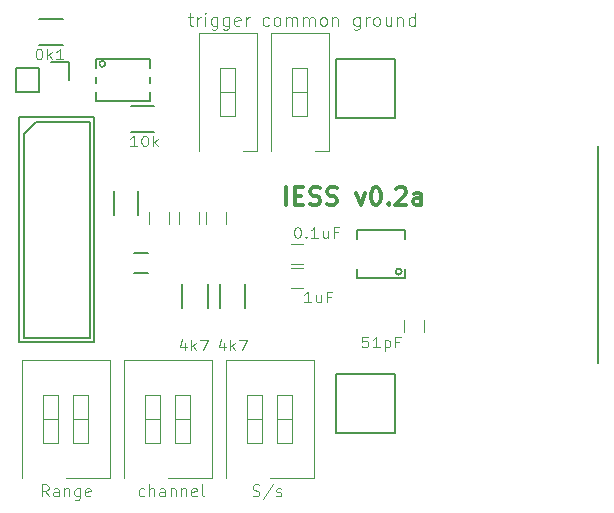
<source format=gbr>
G04 #@! TF.FileFunction,Legend,Top*
%FSLAX46Y46*%
G04 Gerber Fmt 4.6, Leading zero omitted, Abs format (unit mm)*
G04 Created by KiCad (PCBNEW 4.0.5) date 02/02/17 02:07:39*
%MOMM*%
%LPD*%
G01*
G04 APERTURE LIST*
%ADD10C,0.100000*%
%ADD11C,0.300000*%
%ADD12C,0.150000*%
%ADD13C,0.120000*%
G04 APERTURE END LIST*
D10*
X167298762Y-97562143D02*
X166727333Y-97562143D01*
X167013047Y-97562143D02*
X167013047Y-96662143D01*
X166917809Y-96790714D01*
X166822571Y-96876429D01*
X166727333Y-96919286D01*
X167917809Y-96662143D02*
X168013048Y-96662143D01*
X168108286Y-96705000D01*
X168155905Y-96747857D01*
X168203524Y-96833571D01*
X168251143Y-97005000D01*
X168251143Y-97219286D01*
X168203524Y-97390714D01*
X168155905Y-97476429D01*
X168108286Y-97519286D01*
X168013048Y-97562143D01*
X167917809Y-97562143D01*
X167822571Y-97519286D01*
X167774952Y-97476429D01*
X167727333Y-97390714D01*
X167679714Y-97219286D01*
X167679714Y-97005000D01*
X167727333Y-96833571D01*
X167774952Y-96747857D01*
X167822571Y-96705000D01*
X167917809Y-96662143D01*
X168679714Y-97562143D02*
X168679714Y-96662143D01*
X168774952Y-97219286D02*
X169060667Y-97562143D01*
X169060667Y-96962143D02*
X168679714Y-97305000D01*
X158964428Y-89296143D02*
X159059667Y-89296143D01*
X159154905Y-89339000D01*
X159202524Y-89381857D01*
X159250143Y-89467571D01*
X159297762Y-89639000D01*
X159297762Y-89853286D01*
X159250143Y-90024714D01*
X159202524Y-90110429D01*
X159154905Y-90153286D01*
X159059667Y-90196143D01*
X158964428Y-90196143D01*
X158869190Y-90153286D01*
X158821571Y-90110429D01*
X158773952Y-90024714D01*
X158726333Y-89853286D01*
X158726333Y-89639000D01*
X158773952Y-89467571D01*
X158821571Y-89381857D01*
X158869190Y-89339000D01*
X158964428Y-89296143D01*
X159726333Y-90196143D02*
X159726333Y-89296143D01*
X159821571Y-89853286D02*
X160107286Y-90196143D01*
X160107286Y-89596143D02*
X159726333Y-89939000D01*
X161059667Y-90196143D02*
X160488238Y-90196143D01*
X160773952Y-90196143D02*
X160773952Y-89296143D01*
X160678714Y-89424714D01*
X160583476Y-89510429D01*
X160488238Y-89553286D01*
X174696524Y-114234143D02*
X174696524Y-114834143D01*
X174458428Y-113891286D02*
X174220333Y-114534143D01*
X174839381Y-114534143D01*
X175220333Y-114834143D02*
X175220333Y-113934143D01*
X175315571Y-114491286D02*
X175601286Y-114834143D01*
X175601286Y-114234143D02*
X175220333Y-114577000D01*
X175934619Y-113934143D02*
X176601286Y-113934143D01*
X176172714Y-114834143D01*
X171394524Y-114234143D02*
X171394524Y-114834143D01*
X171156428Y-113891286D02*
X170918333Y-114534143D01*
X171537381Y-114534143D01*
X171918333Y-114834143D02*
X171918333Y-113934143D01*
X172013571Y-114491286D02*
X172299286Y-114834143D01*
X172299286Y-114234143D02*
X171918333Y-114577000D01*
X172632619Y-113934143D02*
X173299286Y-113934143D01*
X172870714Y-114834143D01*
X180856143Y-104409143D02*
X180951382Y-104409143D01*
X181046620Y-104452000D01*
X181094239Y-104494857D01*
X181141858Y-104580571D01*
X181189477Y-104752000D01*
X181189477Y-104966286D01*
X181141858Y-105137714D01*
X181094239Y-105223429D01*
X181046620Y-105266286D01*
X180951382Y-105309143D01*
X180856143Y-105309143D01*
X180760905Y-105266286D01*
X180713286Y-105223429D01*
X180665667Y-105137714D01*
X180618048Y-104966286D01*
X180618048Y-104752000D01*
X180665667Y-104580571D01*
X180713286Y-104494857D01*
X180760905Y-104452000D01*
X180856143Y-104409143D01*
X181618048Y-105223429D02*
X181665667Y-105266286D01*
X181618048Y-105309143D01*
X181570429Y-105266286D01*
X181618048Y-105223429D01*
X181618048Y-105309143D01*
X182618048Y-105309143D02*
X182046619Y-105309143D01*
X182332333Y-105309143D02*
X182332333Y-104409143D01*
X182237095Y-104537714D01*
X182141857Y-104623429D01*
X182046619Y-104666286D01*
X183475191Y-104709143D02*
X183475191Y-105309143D01*
X183046619Y-104709143D02*
X183046619Y-105180571D01*
X183094238Y-105266286D01*
X183189476Y-105309143D01*
X183332334Y-105309143D01*
X183427572Y-105266286D01*
X183475191Y-105223429D01*
X184284715Y-104837714D02*
X183951381Y-104837714D01*
X183951381Y-105309143D02*
X183951381Y-104409143D01*
X184427572Y-104409143D01*
X182030762Y-110770143D02*
X181459333Y-110770143D01*
X181745047Y-110770143D02*
X181745047Y-109870143D01*
X181649809Y-109998714D01*
X181554571Y-110084429D01*
X181459333Y-110127286D01*
X182887905Y-110170143D02*
X182887905Y-110770143D01*
X182459333Y-110170143D02*
X182459333Y-110641571D01*
X182506952Y-110727286D01*
X182602190Y-110770143D01*
X182745048Y-110770143D01*
X182840286Y-110727286D01*
X182887905Y-110684429D01*
X183697429Y-110298714D02*
X183364095Y-110298714D01*
X183364095Y-110770143D02*
X183364095Y-109870143D01*
X183840286Y-109870143D01*
X186840953Y-113680143D02*
X186364762Y-113680143D01*
X186317143Y-114108714D01*
X186364762Y-114065857D01*
X186460000Y-114023000D01*
X186698096Y-114023000D01*
X186793334Y-114065857D01*
X186840953Y-114108714D01*
X186888572Y-114194429D01*
X186888572Y-114408714D01*
X186840953Y-114494429D01*
X186793334Y-114537286D01*
X186698096Y-114580143D01*
X186460000Y-114580143D01*
X186364762Y-114537286D01*
X186317143Y-114494429D01*
X187840953Y-114580143D02*
X187269524Y-114580143D01*
X187555238Y-114580143D02*
X187555238Y-113680143D01*
X187460000Y-113808714D01*
X187364762Y-113894429D01*
X187269524Y-113937286D01*
X188269524Y-113980143D02*
X188269524Y-114880143D01*
X188269524Y-114023000D02*
X188364762Y-113980143D01*
X188555239Y-113980143D01*
X188650477Y-114023000D01*
X188698096Y-114065857D01*
X188745715Y-114151571D01*
X188745715Y-114408714D01*
X188698096Y-114494429D01*
X188650477Y-114537286D01*
X188555239Y-114580143D01*
X188364762Y-114580143D01*
X188269524Y-114537286D01*
X189507620Y-114108714D02*
X189174286Y-114108714D01*
X189174286Y-114580143D02*
X189174286Y-113680143D01*
X189650477Y-113680143D01*
X178458762Y-87313238D02*
X178354000Y-87365619D01*
X178144477Y-87365619D01*
X178039715Y-87313238D01*
X177987334Y-87260857D01*
X177934953Y-87156095D01*
X177934953Y-86841810D01*
X177987334Y-86737048D01*
X178039715Y-86684667D01*
X178144477Y-86632286D01*
X178354000Y-86632286D01*
X178458762Y-86684667D01*
X179087334Y-87365619D02*
X178982572Y-87313238D01*
X178930191Y-87260857D01*
X178877810Y-87156095D01*
X178877810Y-86841810D01*
X178930191Y-86737048D01*
X178982572Y-86684667D01*
X179087334Y-86632286D01*
X179244476Y-86632286D01*
X179349238Y-86684667D01*
X179401619Y-86737048D01*
X179454000Y-86841810D01*
X179454000Y-87156095D01*
X179401619Y-87260857D01*
X179349238Y-87313238D01*
X179244476Y-87365619D01*
X179087334Y-87365619D01*
X179925429Y-87365619D02*
X179925429Y-86632286D01*
X179925429Y-86737048D02*
X179977810Y-86684667D01*
X180082572Y-86632286D01*
X180239714Y-86632286D01*
X180344476Y-86684667D01*
X180396857Y-86789429D01*
X180396857Y-87365619D01*
X180396857Y-86789429D02*
X180449238Y-86684667D01*
X180554000Y-86632286D01*
X180711143Y-86632286D01*
X180815905Y-86684667D01*
X180868286Y-86789429D01*
X180868286Y-87365619D01*
X181392096Y-87365619D02*
X181392096Y-86632286D01*
X181392096Y-86737048D02*
X181444477Y-86684667D01*
X181549239Y-86632286D01*
X181706381Y-86632286D01*
X181811143Y-86684667D01*
X181863524Y-86789429D01*
X181863524Y-87365619D01*
X181863524Y-86789429D02*
X181915905Y-86684667D01*
X182020667Y-86632286D01*
X182177810Y-86632286D01*
X182282572Y-86684667D01*
X182334953Y-86789429D01*
X182334953Y-87365619D01*
X183015906Y-87365619D02*
X182911144Y-87313238D01*
X182858763Y-87260857D01*
X182806382Y-87156095D01*
X182806382Y-86841810D01*
X182858763Y-86737048D01*
X182911144Y-86684667D01*
X183015906Y-86632286D01*
X183173048Y-86632286D01*
X183277810Y-86684667D01*
X183330191Y-86737048D01*
X183382572Y-86841810D01*
X183382572Y-87156095D01*
X183330191Y-87260857D01*
X183277810Y-87313238D01*
X183173048Y-87365619D01*
X183015906Y-87365619D01*
X183854001Y-86632286D02*
X183854001Y-87365619D01*
X183854001Y-86737048D02*
X183906382Y-86684667D01*
X184011144Y-86632286D01*
X184168286Y-86632286D01*
X184273048Y-86684667D01*
X184325429Y-86789429D01*
X184325429Y-87365619D01*
X186158762Y-86632286D02*
X186158762Y-87522762D01*
X186106381Y-87627524D01*
X186054000Y-87679905D01*
X185949239Y-87732286D01*
X185792096Y-87732286D01*
X185687334Y-87679905D01*
X186158762Y-87313238D02*
X186054000Y-87365619D01*
X185844477Y-87365619D01*
X185739715Y-87313238D01*
X185687334Y-87260857D01*
X185634953Y-87156095D01*
X185634953Y-86841810D01*
X185687334Y-86737048D01*
X185739715Y-86684667D01*
X185844477Y-86632286D01*
X186054000Y-86632286D01*
X186158762Y-86684667D01*
X186682572Y-87365619D02*
X186682572Y-86632286D01*
X186682572Y-86841810D02*
X186734953Y-86737048D01*
X186787334Y-86684667D01*
X186892096Y-86632286D01*
X186996857Y-86632286D01*
X187520667Y-87365619D02*
X187415905Y-87313238D01*
X187363524Y-87260857D01*
X187311143Y-87156095D01*
X187311143Y-86841810D01*
X187363524Y-86737048D01*
X187415905Y-86684667D01*
X187520667Y-86632286D01*
X187677809Y-86632286D01*
X187782571Y-86684667D01*
X187834952Y-86737048D01*
X187887333Y-86841810D01*
X187887333Y-87156095D01*
X187834952Y-87260857D01*
X187782571Y-87313238D01*
X187677809Y-87365619D01*
X187520667Y-87365619D01*
X188830190Y-86632286D02*
X188830190Y-87365619D01*
X188358762Y-86632286D02*
X188358762Y-87208476D01*
X188411143Y-87313238D01*
X188515905Y-87365619D01*
X188673047Y-87365619D01*
X188777809Y-87313238D01*
X188830190Y-87260857D01*
X189354000Y-86632286D02*
X189354000Y-87365619D01*
X189354000Y-86737048D02*
X189406381Y-86684667D01*
X189511143Y-86632286D01*
X189668285Y-86632286D01*
X189773047Y-86684667D01*
X189825428Y-86789429D01*
X189825428Y-87365619D01*
X190820666Y-87365619D02*
X190820666Y-86265619D01*
X190820666Y-87313238D02*
X190715904Y-87365619D01*
X190506381Y-87365619D01*
X190401619Y-87313238D01*
X190349238Y-87260857D01*
X190296857Y-87156095D01*
X190296857Y-86841810D01*
X190349238Y-86737048D01*
X190401619Y-86684667D01*
X190506381Y-86632286D01*
X190715904Y-86632286D01*
X190820666Y-86684667D01*
X171624953Y-86632286D02*
X172044001Y-86632286D01*
X171782096Y-86265619D02*
X171782096Y-87208476D01*
X171834477Y-87313238D01*
X171939239Y-87365619D01*
X172044001Y-87365619D01*
X172410667Y-87365619D02*
X172410667Y-86632286D01*
X172410667Y-86841810D02*
X172463048Y-86737048D01*
X172515429Y-86684667D01*
X172620191Y-86632286D01*
X172724952Y-86632286D01*
X173091619Y-87365619D02*
X173091619Y-86632286D01*
X173091619Y-86265619D02*
X173039238Y-86318000D01*
X173091619Y-86370381D01*
X173144000Y-86318000D01*
X173091619Y-86265619D01*
X173091619Y-86370381D01*
X174086857Y-86632286D02*
X174086857Y-87522762D01*
X174034476Y-87627524D01*
X173982095Y-87679905D01*
X173877334Y-87732286D01*
X173720191Y-87732286D01*
X173615429Y-87679905D01*
X174086857Y-87313238D02*
X173982095Y-87365619D01*
X173772572Y-87365619D01*
X173667810Y-87313238D01*
X173615429Y-87260857D01*
X173563048Y-87156095D01*
X173563048Y-86841810D01*
X173615429Y-86737048D01*
X173667810Y-86684667D01*
X173772572Y-86632286D01*
X173982095Y-86632286D01*
X174086857Y-86684667D01*
X175082095Y-86632286D02*
X175082095Y-87522762D01*
X175029714Y-87627524D01*
X174977333Y-87679905D01*
X174872572Y-87732286D01*
X174715429Y-87732286D01*
X174610667Y-87679905D01*
X175082095Y-87313238D02*
X174977333Y-87365619D01*
X174767810Y-87365619D01*
X174663048Y-87313238D01*
X174610667Y-87260857D01*
X174558286Y-87156095D01*
X174558286Y-86841810D01*
X174610667Y-86737048D01*
X174663048Y-86684667D01*
X174767810Y-86632286D01*
X174977333Y-86632286D01*
X175082095Y-86684667D01*
X176024952Y-87313238D02*
X175920190Y-87365619D01*
X175710667Y-87365619D01*
X175605905Y-87313238D01*
X175553524Y-87208476D01*
X175553524Y-86789429D01*
X175605905Y-86684667D01*
X175710667Y-86632286D01*
X175920190Y-86632286D01*
X176024952Y-86684667D01*
X176077333Y-86789429D01*
X176077333Y-86894190D01*
X175553524Y-86998952D01*
X176548762Y-87365619D02*
X176548762Y-86632286D01*
X176548762Y-86841810D02*
X176601143Y-86737048D01*
X176653524Y-86684667D01*
X176758286Y-86632286D01*
X176863047Y-86632286D01*
X177093714Y-127150762D02*
X177236571Y-127198381D01*
X177474667Y-127198381D01*
X177569905Y-127150762D01*
X177617524Y-127103143D01*
X177665143Y-127007905D01*
X177665143Y-126912667D01*
X177617524Y-126817429D01*
X177569905Y-126769810D01*
X177474667Y-126722190D01*
X177284190Y-126674571D01*
X177188952Y-126626952D01*
X177141333Y-126579333D01*
X177093714Y-126484095D01*
X177093714Y-126388857D01*
X177141333Y-126293619D01*
X177188952Y-126246000D01*
X177284190Y-126198381D01*
X177522286Y-126198381D01*
X177665143Y-126246000D01*
X178808000Y-126150762D02*
X177950857Y-127436476D01*
X179093714Y-127150762D02*
X179188952Y-127198381D01*
X179379428Y-127198381D01*
X179474667Y-127150762D01*
X179522286Y-127055524D01*
X179522286Y-127007905D01*
X179474667Y-126912667D01*
X179379428Y-126865048D01*
X179236571Y-126865048D01*
X179141333Y-126817429D01*
X179093714Y-126722190D01*
X179093714Y-126674571D01*
X179141333Y-126579333D01*
X179236571Y-126531714D01*
X179379428Y-126531714D01*
X179474667Y-126579333D01*
X167918095Y-127150762D02*
X167822857Y-127198381D01*
X167632380Y-127198381D01*
X167537142Y-127150762D01*
X167489523Y-127103143D01*
X167441904Y-127007905D01*
X167441904Y-126722190D01*
X167489523Y-126626952D01*
X167537142Y-126579333D01*
X167632380Y-126531714D01*
X167822857Y-126531714D01*
X167918095Y-126579333D01*
X168346666Y-127198381D02*
X168346666Y-126198381D01*
X168775238Y-127198381D02*
X168775238Y-126674571D01*
X168727619Y-126579333D01*
X168632381Y-126531714D01*
X168489523Y-126531714D01*
X168394285Y-126579333D01*
X168346666Y-126626952D01*
X169680000Y-127198381D02*
X169680000Y-126674571D01*
X169632381Y-126579333D01*
X169537143Y-126531714D01*
X169346666Y-126531714D01*
X169251428Y-126579333D01*
X169680000Y-127150762D02*
X169584762Y-127198381D01*
X169346666Y-127198381D01*
X169251428Y-127150762D01*
X169203809Y-127055524D01*
X169203809Y-126960286D01*
X169251428Y-126865048D01*
X169346666Y-126817429D01*
X169584762Y-126817429D01*
X169680000Y-126769810D01*
X170156190Y-126531714D02*
X170156190Y-127198381D01*
X170156190Y-126626952D02*
X170203809Y-126579333D01*
X170299047Y-126531714D01*
X170441905Y-126531714D01*
X170537143Y-126579333D01*
X170584762Y-126674571D01*
X170584762Y-127198381D01*
X171060952Y-126531714D02*
X171060952Y-127198381D01*
X171060952Y-126626952D02*
X171108571Y-126579333D01*
X171203809Y-126531714D01*
X171346667Y-126531714D01*
X171441905Y-126579333D01*
X171489524Y-126674571D01*
X171489524Y-127198381D01*
X172346667Y-127150762D02*
X172251429Y-127198381D01*
X172060952Y-127198381D01*
X171965714Y-127150762D01*
X171918095Y-127055524D01*
X171918095Y-126674571D01*
X171965714Y-126579333D01*
X172060952Y-126531714D01*
X172251429Y-126531714D01*
X172346667Y-126579333D01*
X172394286Y-126674571D01*
X172394286Y-126769810D01*
X171918095Y-126865048D01*
X172965714Y-127198381D02*
X172870476Y-127150762D01*
X172822857Y-127055524D01*
X172822857Y-126198381D01*
X159813810Y-127198381D02*
X159480476Y-126722190D01*
X159242381Y-127198381D02*
X159242381Y-126198381D01*
X159623334Y-126198381D01*
X159718572Y-126246000D01*
X159766191Y-126293619D01*
X159813810Y-126388857D01*
X159813810Y-126531714D01*
X159766191Y-126626952D01*
X159718572Y-126674571D01*
X159623334Y-126722190D01*
X159242381Y-126722190D01*
X160670953Y-127198381D02*
X160670953Y-126674571D01*
X160623334Y-126579333D01*
X160528096Y-126531714D01*
X160337619Y-126531714D01*
X160242381Y-126579333D01*
X160670953Y-127150762D02*
X160575715Y-127198381D01*
X160337619Y-127198381D01*
X160242381Y-127150762D01*
X160194762Y-127055524D01*
X160194762Y-126960286D01*
X160242381Y-126865048D01*
X160337619Y-126817429D01*
X160575715Y-126817429D01*
X160670953Y-126769810D01*
X161147143Y-126531714D02*
X161147143Y-127198381D01*
X161147143Y-126626952D02*
X161194762Y-126579333D01*
X161290000Y-126531714D01*
X161432858Y-126531714D01*
X161528096Y-126579333D01*
X161575715Y-126674571D01*
X161575715Y-127198381D01*
X162480477Y-126531714D02*
X162480477Y-127341238D01*
X162432858Y-127436476D01*
X162385239Y-127484095D01*
X162290000Y-127531714D01*
X162147143Y-127531714D01*
X162051905Y-127484095D01*
X162480477Y-127150762D02*
X162385239Y-127198381D01*
X162194762Y-127198381D01*
X162099524Y-127150762D01*
X162051905Y-127103143D01*
X162004286Y-127007905D01*
X162004286Y-126722190D01*
X162051905Y-126626952D01*
X162099524Y-126579333D01*
X162194762Y-126531714D01*
X162385239Y-126531714D01*
X162480477Y-126579333D01*
X163337620Y-127150762D02*
X163242382Y-127198381D01*
X163051905Y-127198381D01*
X162956667Y-127150762D01*
X162909048Y-127055524D01*
X162909048Y-126674571D01*
X162956667Y-126579333D01*
X163051905Y-126531714D01*
X163242382Y-126531714D01*
X163337620Y-126579333D01*
X163385239Y-126674571D01*
X163385239Y-126769810D01*
X162909048Y-126865048D01*
D11*
X179959715Y-102532571D02*
X179959715Y-101032571D01*
X180674001Y-101746857D02*
X181174001Y-101746857D01*
X181388287Y-102532571D02*
X180674001Y-102532571D01*
X180674001Y-101032571D01*
X181388287Y-101032571D01*
X181959715Y-102461143D02*
X182174001Y-102532571D01*
X182531144Y-102532571D01*
X182674001Y-102461143D01*
X182745430Y-102389714D01*
X182816858Y-102246857D01*
X182816858Y-102104000D01*
X182745430Y-101961143D01*
X182674001Y-101889714D01*
X182531144Y-101818286D01*
X182245430Y-101746857D01*
X182102572Y-101675429D01*
X182031144Y-101604000D01*
X181959715Y-101461143D01*
X181959715Y-101318286D01*
X182031144Y-101175429D01*
X182102572Y-101104000D01*
X182245430Y-101032571D01*
X182602572Y-101032571D01*
X182816858Y-101104000D01*
X183388286Y-102461143D02*
X183602572Y-102532571D01*
X183959715Y-102532571D01*
X184102572Y-102461143D01*
X184174001Y-102389714D01*
X184245429Y-102246857D01*
X184245429Y-102104000D01*
X184174001Y-101961143D01*
X184102572Y-101889714D01*
X183959715Y-101818286D01*
X183674001Y-101746857D01*
X183531143Y-101675429D01*
X183459715Y-101604000D01*
X183388286Y-101461143D01*
X183388286Y-101318286D01*
X183459715Y-101175429D01*
X183531143Y-101104000D01*
X183674001Y-101032571D01*
X184031143Y-101032571D01*
X184245429Y-101104000D01*
X185888286Y-101532571D02*
X186245429Y-102532571D01*
X186602571Y-101532571D01*
X187459714Y-101032571D02*
X187602571Y-101032571D01*
X187745428Y-101104000D01*
X187816857Y-101175429D01*
X187888286Y-101318286D01*
X187959714Y-101604000D01*
X187959714Y-101961143D01*
X187888286Y-102246857D01*
X187816857Y-102389714D01*
X187745428Y-102461143D01*
X187602571Y-102532571D01*
X187459714Y-102532571D01*
X187316857Y-102461143D01*
X187245428Y-102389714D01*
X187174000Y-102246857D01*
X187102571Y-101961143D01*
X187102571Y-101604000D01*
X187174000Y-101318286D01*
X187245428Y-101175429D01*
X187316857Y-101104000D01*
X187459714Y-101032571D01*
X188602571Y-102389714D02*
X188673999Y-102461143D01*
X188602571Y-102532571D01*
X188531142Y-102461143D01*
X188602571Y-102389714D01*
X188602571Y-102532571D01*
X189245428Y-101175429D02*
X189316857Y-101104000D01*
X189459714Y-101032571D01*
X189816857Y-101032571D01*
X189959714Y-101104000D01*
X190031143Y-101175429D01*
X190102571Y-101318286D01*
X190102571Y-101461143D01*
X190031143Y-101675429D01*
X189174000Y-102532571D01*
X190102571Y-102532571D01*
X191388285Y-102532571D02*
X191388285Y-101746857D01*
X191316856Y-101604000D01*
X191173999Y-101532571D01*
X190888285Y-101532571D01*
X190745428Y-101604000D01*
X191388285Y-102461143D02*
X191245428Y-102532571D01*
X190888285Y-102532571D01*
X190745428Y-102461143D01*
X190673999Y-102318286D01*
X190673999Y-102175429D01*
X190745428Y-102032571D01*
X190888285Y-101961143D01*
X191245428Y-101961143D01*
X191388285Y-101889714D01*
D12*
X159020000Y-90948000D02*
X159020000Y-92948000D01*
X159020000Y-92948000D02*
X157020000Y-92948000D01*
X157020000Y-92948000D02*
X157020000Y-90948000D01*
X157020000Y-90948000D02*
X159020000Y-90948000D01*
X160020000Y-90448000D02*
X161520000Y-90448000D01*
X161520000Y-90448000D02*
X161520000Y-91948000D01*
X164616000Y-90598000D02*
G75*
G03X164616000Y-90598000I-250000J0D01*
G01*
X168366000Y-92198000D02*
X168366000Y-91698000D01*
X163866000Y-92948000D02*
X163866000Y-93448000D01*
X163866000Y-93448000D02*
X163866000Y-93698000D01*
X163866000Y-93698000D02*
X168366000Y-93698000D01*
X168366000Y-93698000D02*
X168366000Y-92948000D01*
X163866000Y-91698000D02*
X163866000Y-92198000D01*
X168366000Y-90948000D02*
X168366000Y-90198000D01*
X168366000Y-90198000D02*
X163866000Y-90198000D01*
X163866000Y-90198000D02*
X163866000Y-90948000D01*
X189960000Y-104680000D02*
X185960000Y-104680000D01*
X185960000Y-104680000D02*
X185960000Y-104930000D01*
X189960000Y-104680000D02*
X189960000Y-104930000D01*
X189710000Y-108180000D02*
G75*
G03X189710000Y-108180000I-250000J0D01*
G01*
X189960000Y-107930000D02*
X189960000Y-108680000D01*
X189960000Y-108680000D02*
X185960000Y-108680000D01*
X185960000Y-108680000D02*
X185960000Y-108430000D01*
X185960000Y-105430000D02*
X185960000Y-104930000D01*
X189960000Y-104930000D02*
X189960000Y-105430000D01*
X185960000Y-108430000D02*
X185960000Y-107930000D01*
X184190640Y-116880640D02*
X189189360Y-116880640D01*
X189189360Y-116880640D02*
X189189360Y-121879360D01*
X189189360Y-121879360D02*
X184190640Y-121879360D01*
X184190640Y-121879360D02*
X184190640Y-116880640D01*
X184190640Y-90210640D02*
X189189360Y-90210640D01*
X189189360Y-90210640D02*
X189189360Y-95209360D01*
X189189360Y-95209360D02*
X184190640Y-95209360D01*
X184190640Y-95209360D02*
X184190640Y-90210640D01*
X165345000Y-101362000D02*
X165345000Y-103362000D01*
X167395000Y-103362000D02*
X167395000Y-101362000D01*
D13*
X166176000Y-125660000D02*
X166176000Y-115640000D01*
X166176000Y-115640000D02*
X173676000Y-115640000D01*
X173676000Y-115640000D02*
X173676000Y-125660000D01*
X173676000Y-125660000D02*
X169926000Y-125660000D01*
X168021000Y-122680000D02*
X169291000Y-122680000D01*
X169291000Y-122680000D02*
X169291000Y-118620000D01*
X169291000Y-118620000D02*
X168021000Y-118620000D01*
X168021000Y-118620000D02*
X168021000Y-122680000D01*
X168021000Y-120650000D02*
X169291000Y-120650000D01*
X170561000Y-122680000D02*
X171831000Y-122680000D01*
X171831000Y-122680000D02*
X171831000Y-118620000D01*
X171831000Y-118620000D02*
X170561000Y-118620000D01*
X170561000Y-118620000D02*
X170561000Y-122680000D01*
X170561000Y-120650000D02*
X171831000Y-120650000D01*
X178622000Y-97974000D02*
X178622000Y-87954000D01*
X178622000Y-87954000D02*
X183582000Y-87954000D01*
X183582000Y-87954000D02*
X183582000Y-97974000D01*
X183582000Y-97974000D02*
X182372000Y-97974000D01*
X180467000Y-94994000D02*
X181737000Y-94994000D01*
X181737000Y-94994000D02*
X181737000Y-90934000D01*
X181737000Y-90934000D02*
X180467000Y-90934000D01*
X180467000Y-90934000D02*
X180467000Y-94994000D01*
X180467000Y-92964000D02*
X181737000Y-92964000D01*
X157540000Y-125660000D02*
X157540000Y-115640000D01*
X157540000Y-115640000D02*
X165040000Y-115640000D01*
X165040000Y-115640000D02*
X165040000Y-125660000D01*
X165040000Y-125660000D02*
X161290000Y-125660000D01*
X159385000Y-122680000D02*
X160655000Y-122680000D01*
X160655000Y-122680000D02*
X160655000Y-118620000D01*
X160655000Y-118620000D02*
X159385000Y-118620000D01*
X159385000Y-118620000D02*
X159385000Y-122680000D01*
X159385000Y-120650000D02*
X160655000Y-120650000D01*
X161925000Y-122680000D02*
X163195000Y-122680000D01*
X163195000Y-122680000D02*
X163195000Y-118620000D01*
X163195000Y-118620000D02*
X161925000Y-118620000D01*
X161925000Y-118620000D02*
X161925000Y-122680000D01*
X161925000Y-120650000D02*
X163195000Y-120650000D01*
X174812000Y-125660000D02*
X174812000Y-115640000D01*
X174812000Y-115640000D02*
X182312000Y-115640000D01*
X182312000Y-115640000D02*
X182312000Y-125660000D01*
X182312000Y-125660000D02*
X178562000Y-125660000D01*
X176657000Y-122680000D02*
X177927000Y-122680000D01*
X177927000Y-122680000D02*
X177927000Y-118620000D01*
X177927000Y-118620000D02*
X176657000Y-118620000D01*
X176657000Y-118620000D02*
X176657000Y-122680000D01*
X176657000Y-120650000D02*
X177927000Y-120650000D01*
X179197000Y-122680000D02*
X180467000Y-122680000D01*
X180467000Y-122680000D02*
X180467000Y-118620000D01*
X180467000Y-118620000D02*
X179197000Y-118620000D01*
X179197000Y-118620000D02*
X179197000Y-122680000D01*
X179197000Y-120650000D02*
X180467000Y-120650000D01*
X172526000Y-97974000D02*
X172526000Y-87954000D01*
X172526000Y-87954000D02*
X177486000Y-87954000D01*
X177486000Y-87954000D02*
X177486000Y-97974000D01*
X177486000Y-97974000D02*
X176276000Y-97974000D01*
X174371000Y-94994000D02*
X175641000Y-94994000D01*
X175641000Y-94994000D02*
X175641000Y-90934000D01*
X175641000Y-90934000D02*
X174371000Y-90934000D01*
X174371000Y-90934000D02*
X174371000Y-94994000D01*
X174371000Y-92964000D02*
X175641000Y-92964000D01*
D12*
X159020000Y-86809000D02*
X161020000Y-86809000D01*
X161020000Y-88959000D02*
X159020000Y-88959000D01*
X168767000Y-96325000D02*
X166767000Y-96325000D01*
X166767000Y-94175000D02*
X168767000Y-94175000D01*
X171137000Y-111236000D02*
X171137000Y-109236000D01*
X173287000Y-109236000D02*
X173287000Y-111236000D01*
X174312000Y-111236000D02*
X174312000Y-109236000D01*
X176462000Y-109236000D02*
X176462000Y-111236000D01*
D13*
X170854000Y-103132000D02*
X170854000Y-104132000D01*
X172554000Y-104132000D02*
X172554000Y-103132000D01*
X173140000Y-103132000D02*
X173140000Y-104132000D01*
X174840000Y-104132000D02*
X174840000Y-103132000D01*
X191604000Y-113276000D02*
X191604000Y-112276000D01*
X189904000Y-112276000D02*
X189904000Y-113276000D01*
X168314000Y-103132000D02*
X168314000Y-104132000D01*
X170014000Y-104132000D02*
X170014000Y-103132000D01*
X180348000Y-109562000D02*
X181348000Y-109562000D01*
X181348000Y-107862000D02*
X180348000Y-107862000D01*
X180348000Y-107530000D02*
X181348000Y-107530000D01*
X181348000Y-105830000D02*
X180348000Y-105830000D01*
D12*
X168240000Y-108317000D02*
X167040000Y-108317000D01*
X167040000Y-106567000D02*
X168240000Y-106567000D01*
X206375000Y-115951000D02*
X206375000Y-97536000D01*
X157734000Y-113792000D02*
X163322000Y-113792000D01*
X163322000Y-113792000D02*
X163322000Y-95504000D01*
X157734000Y-96520000D02*
X157734000Y-113792000D01*
X158750000Y-95504000D02*
X157734000Y-96520000D01*
X163322000Y-95504000D02*
X158750000Y-95504000D01*
X163703000Y-95123000D02*
X157353000Y-95123000D01*
X157353000Y-95123000D02*
X157353000Y-114173000D01*
X157353000Y-114173000D02*
X163703000Y-114173000D01*
X163703000Y-95123000D02*
X163703000Y-114173000D01*
M02*

</source>
